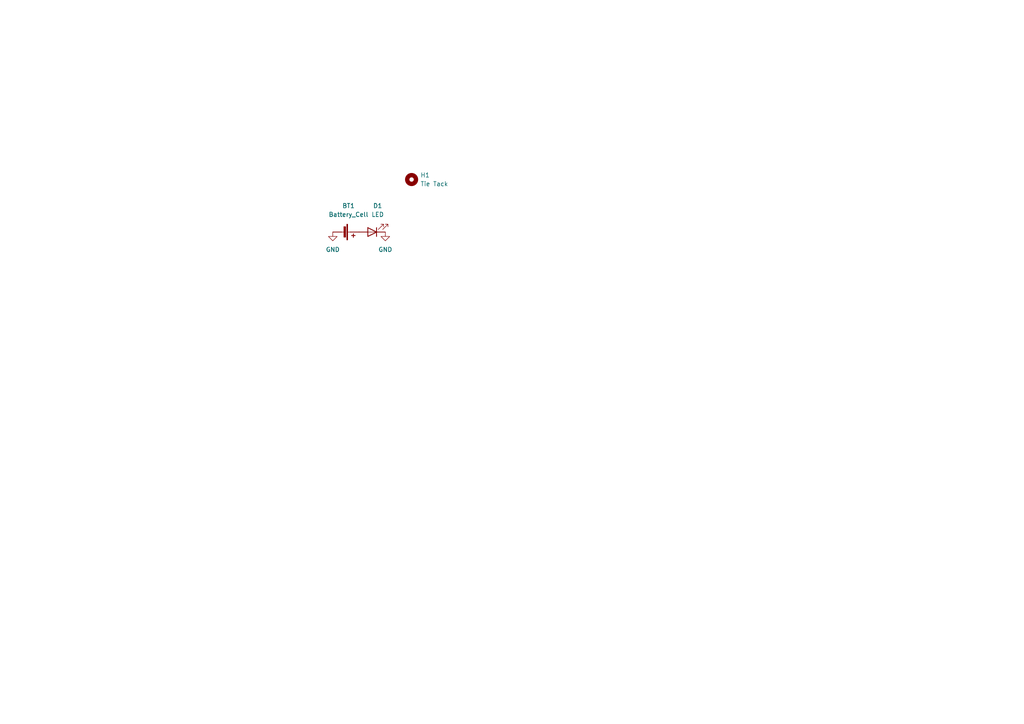
<source format=kicad_sch>
(kicad_sch (version 20211123) (generator eeschema)
  (paper "A4")
  (lib_symbols
    (symbol "Device:Battery_Cell" (pin_numbers hide) (pin_names (offset 0) hide)
      (property "Reference" "BT" (at 2.54 2.54 0))
      (property "Value" "Battery_Cell" (at 2.54 0 0))
      (symbol "Battery_Cell_0_1"
        (rectangle (start -2.286 1.778) (end 2.286 1.524) (fill (type outline)))
        (rectangle (start -1.5748 1.1938) (end 1.4732 0.6858) (fill (type outline)))
        (polyline (pts (xy 0 0.762) (xy 0 0)))
        (polyline (pts (xy 0 1.778) (xy 0 2.54)))
        (polyline (pts (xy 0.508 3.429) (xy 1.524 3.429)) (stroke (width 0.254)))
        (polyline (pts (xy 1.016 3.937) (xy 1.016 2.921)) (stroke (width 0.254)))
      )
      (symbol "Battery_Cell_1_1"
        (pin passive line (at 0 5.08 270) (length 2.54) (name "+") (number "1"))
        (pin passive line (at 0 -2.54 90) (length 2.54) (name "-") (number "2"))
      )
    )
    (symbol "Device:LED" (pin_numbers hide) (pin_names (offset 1.016) hide)
      (property "Reference" "D" (at 0 2.54 0))
      (property "Value" "LED" (at 0 -2.54 0))
      (symbol "LED_0_1"
        (polyline (pts (xy -1.27 -1.27) (xy -1.27 1.27)) (stroke (width 0.254)))
        (polyline (pts (xy -1.27 0) (xy 1.27 0)))
        (polyline (pts (xy 1.27 -1.27) (xy 1.27 1.27) (xy -1.27 0) (xy 1.27 -1.27)) (stroke (width 0.254)))
        (polyline (pts (xy -3.048 -0.762) (xy -4.572 -2.286) (xy -3.81 -2.286) (xy -4.572 -2.286) (xy -4.572 -1.524)))
        (polyline (pts (xy -1.778 -0.762) (xy -3.302 -2.286) (xy -2.54 -2.286) (xy -3.302 -2.286) (xy -3.302 -1.524)))
      )
      (symbol "LED_1_1"
        (pin passive line (at -3.81 0 0) (length 2.54) (name "K") (number "1"))
        (pin passive line (at 3.81 0 180) (length 2.54) (name "A") (number "2"))
      )
    )
    (symbol "Mechanical:MountingHole" (pin_names (offset 1.016))
      (property "Reference" "H" (at 0 5.08 0))
      (property "Value" "MountingHole" (at 0 3.175 0))
      (symbol "MountingHole_0_1"
        (circle (center 0 0) (radius 1.27) (stroke (width 1.27)))
      )
    )
    (symbol "power:GND" (power) (pin_names (offset 0))
      (property "Value" "GND" (at 0 -3.81 0))
      (symbol "GND_0_1"
        (polyline (pts (xy 0 0) (xy 0 -1.27) (xy 1.27 -1.27) (xy 0 -2.54) (xy -1.27 -1.27) (xy 0 -1.27)))
      )
      (symbol "GND_1_1"
        (pin power_in line (at 0 0 270) (length 0) hide (name "GND") (number "1"))
      )
    )
  )
  (symbol (lib_id "Mechanical:MountingHole") (at 119.38 52.07 0) (unit 1)
    (property "Reference" "H1" (at 121.92 50.7999 0) (effects (justify left)))
    (property "Value" "Tie Tack" (at 121.92 53.3399 0) (effects (justify left)))
    (property "Footprint" "MountingHole:MountingHole_2.2mm_M2_DIN965_Pad" (effects hide))
  )
  (symbol (lib_id "power:GND") (at 111.76 67.31 0) (unit 1)
    (property "Reference" "#PWR0101" (effects hide))
    (property "Value" "GND" (at 111.76 72.39 0))
  )
  (symbol (lib_id "Device:LED") (at 107.95 67.31 180) (unit 1)
    (property "Reference" "D1" (at 109.5375 59.69 0))
    (property "Value" "LED" (at 109.5375 62.23 0))
    (property "Footprint" "LED_THT:LED_D5.0mm" (effects hide))
  )
  (symbol (lib_id "Device:Battery_Cell") (at 99.06 67.31 270) (unit 1)
    (property "Reference" "BT1" (at 101.092 59.69 90))
    (property "Value" "Battery_Cell" (at 101.092 62.23 90))
    (property "Footprint" "Battery:BatteryHolder_LINX_BAT-HLD-012-SMT" (effects hide))
  )
  (symbol (lib_id "power:GND") (at 96.52 67.31 0) (unit 1)
    (property "Reference" "#PWR0102" (effects hide))
    (property "Value" "GND" (at 96.52 72.39 0))
  )
)
</source>
